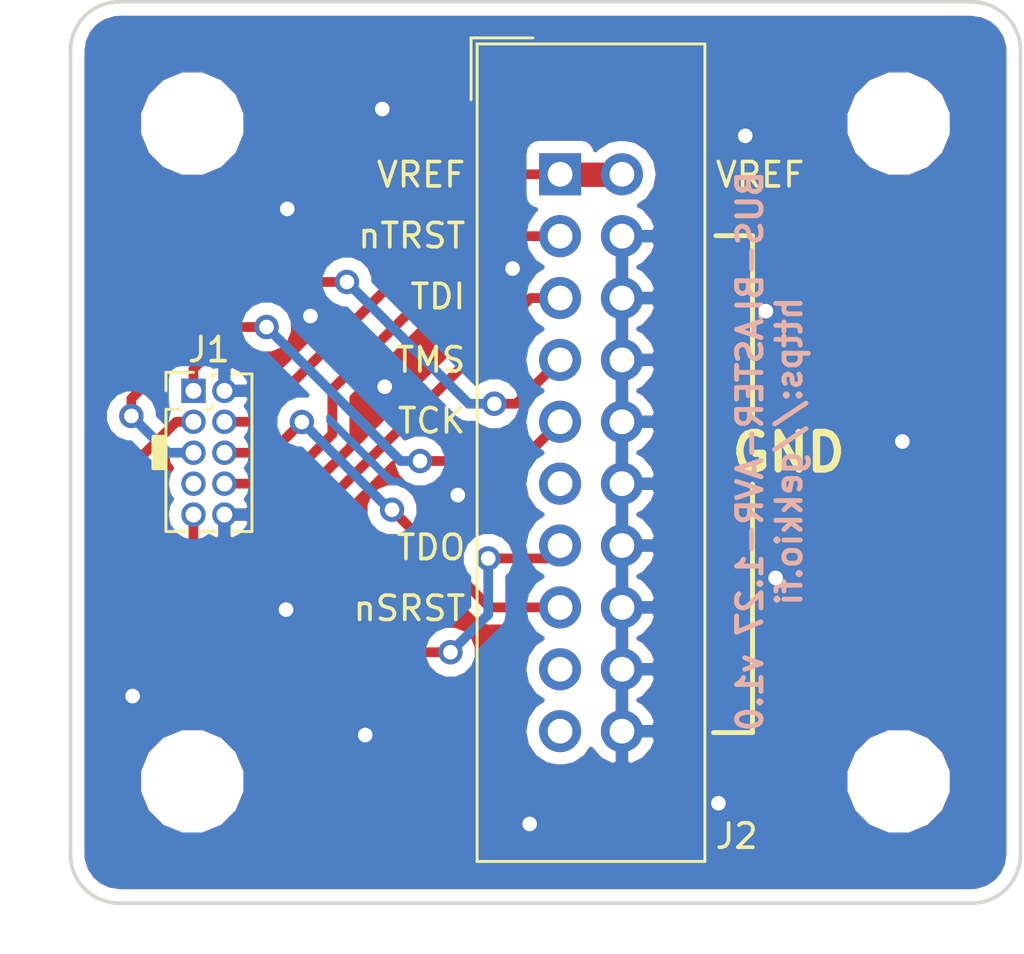
<source format=kicad_pcb>
(kicad_pcb (version 20171130) (host pcbnew 5.0.1-33cea8e~68~ubuntu18.10.1)

  (general
    (thickness 1.6)
    (drawings 23)
    (tracks 78)
    (zones 0)
    (modules 6)
    (nets 13)
  )

  (page A4)
  (title_block
    (title BUS-BLASTER-AVR-1.27)
    (rev v1.0)
    (company https://gekkio.fi)
  )

  (layers
    (0 F.Cu signal)
    (31 B.Cu signal)
    (32 B.Adhes user)
    (33 F.Adhes user)
    (34 B.Paste user)
    (35 F.Paste user)
    (36 B.SilkS user)
    (37 F.SilkS user)
    (38 B.Mask user)
    (39 F.Mask user)
    (40 Dwgs.User user)
    (41 Cmts.User user)
    (42 Eco1.User user)
    (43 Eco2.User user)
    (44 Edge.Cuts user)
    (45 Margin user)
    (46 B.CrtYd user)
    (47 F.CrtYd user)
    (48 B.Fab user)
    (49 F.Fab user)
  )

  (setup
    (last_trace_width 0.4)
    (user_trace_width 1)
    (trace_clearance 0.2)
    (zone_clearance 0.5)
    (zone_45_only no)
    (trace_min 0.2)
    (segment_width 0.2)
    (edge_width 0.15)
    (via_size 1)
    (via_drill 0.6)
    (via_min_size 0.4)
    (via_min_drill 0.3)
    (uvia_size 0.3)
    (uvia_drill 0.1)
    (uvias_allowed no)
    (uvia_min_size 0.2)
    (uvia_min_drill 0.1)
    (pcb_text_width 0.3)
    (pcb_text_size 1.5 1.5)
    (mod_edge_width 0.15)
    (mod_text_size 1 1)
    (mod_text_width 0.15)
    (pad_size 1.524 1.524)
    (pad_drill 0.762)
    (pad_to_mask_clearance 0)
    (solder_mask_min_width 0.2)
    (aux_axis_origin 0 0)
    (visible_elements FFFFFF7F)
    (pcbplotparams
      (layerselection 0x010fc_ffffffff)
      (usegerberextensions false)
      (usegerberattributes false)
      (usegerberadvancedattributes false)
      (creategerberjobfile true)
      (excludeedgelayer false)
      (linewidth 0.100000)
      (plotframeref false)
      (viasonmask false)
      (mode 1)
      (useauxorigin false)
      (hpglpennumber 1)
      (hpglpenspeed 20)
      (hpglpendiameter 15.000000)
      (psnegative false)
      (psa4output false)
      (plotreference true)
      (plotvalue true)
      (plotinvisibletext false)
      (padsonsilk false)
      (subtractmaskfromsilk false)
      (outputformat 1)
      (mirror false)
      (drillshape 0)
      (scaleselection 1)
      (outputdirectory "gerber/"))
  )

  (net 0 "")
  (net 1 "Net-(J1-Pad7)")
  (net 2 "Net-(J2-Pad11)")
  (net 3 "Net-(J2-Pad17)")
  (net 4 "Net-(J2-Pad19)")
  (net 5 TCK)
  (net 6 GND)
  (net 7 TDO)
  (net 8 VREF)
  (net 9 TMS)
  (net 10 nSRST)
  (net 11 nTRST)
  (net 12 TDI)

  (net_class Default "This is the default net class."
    (clearance 0.2)
    (trace_width 0.4)
    (via_dia 1)
    (via_drill 0.6)
    (uvia_dia 0.3)
    (uvia_drill 0.1)
    (add_net GND)
    (add_net "Net-(J1-Pad7)")
    (add_net "Net-(J2-Pad11)")
    (add_net "Net-(J2-Pad17)")
    (add_net "Net-(J2-Pad19)")
    (add_net TCK)
    (add_net TDI)
    (add_net TDO)
    (add_net TMS)
    (add_net VREF)
    (add_net nSRST)
    (add_net nTRST)
  )

  (module Connector_PinHeader_1.27mm:PinHeader_2x05_P1.27mm_Vertical (layer F.Cu) (tedit 59FED6E3) (tstamp 5BF53FDE)
    (at 68.05 65.97)
    (descr "Through hole straight pin header, 2x05, 1.27mm pitch, double rows")
    (tags "Through hole pin header THT 2x05 1.27mm double row")
    (path /59B3984B)
    (fp_text reference J1 (at 0.635 -1.695) (layer F.SilkS)
      (effects (font (size 1 1) (thickness 0.15)))
    )
    (fp_text value Conn_02x05_Odd_Even (at 0.635 6.775) (layer F.Fab)
      (effects (font (size 1 1) (thickness 0.15)))
    )
    (fp_line (start -0.2175 -0.635) (end 2.34 -0.635) (layer F.Fab) (width 0.1))
    (fp_line (start 2.34 -0.635) (end 2.34 5.715) (layer F.Fab) (width 0.1))
    (fp_line (start 2.34 5.715) (end -1.07 5.715) (layer F.Fab) (width 0.1))
    (fp_line (start -1.07 5.715) (end -1.07 0.2175) (layer F.Fab) (width 0.1))
    (fp_line (start -1.07 0.2175) (end -0.2175 -0.635) (layer F.Fab) (width 0.1))
    (fp_line (start -1.13 5.775) (end -0.30753 5.775) (layer F.SilkS) (width 0.12))
    (fp_line (start 1.57753 5.775) (end 2.4 5.775) (layer F.SilkS) (width 0.12))
    (fp_line (start 0.30753 5.775) (end 0.96247 5.775) (layer F.SilkS) (width 0.12))
    (fp_line (start -1.13 0.76) (end -1.13 5.775) (layer F.SilkS) (width 0.12))
    (fp_line (start 2.4 -0.695) (end 2.4 5.775) (layer F.SilkS) (width 0.12))
    (fp_line (start -1.13 0.76) (end -0.563471 0.76) (layer F.SilkS) (width 0.12))
    (fp_line (start 0.563471 0.76) (end 0.706529 0.76) (layer F.SilkS) (width 0.12))
    (fp_line (start 0.76 0.706529) (end 0.76 0.563471) (layer F.SilkS) (width 0.12))
    (fp_line (start 0.76 -0.563471) (end 0.76 -0.695) (layer F.SilkS) (width 0.12))
    (fp_line (start 0.76 -0.695) (end 0.96247 -0.695) (layer F.SilkS) (width 0.12))
    (fp_line (start 1.57753 -0.695) (end 2.4 -0.695) (layer F.SilkS) (width 0.12))
    (fp_line (start -1.13 0) (end -1.13 -0.76) (layer F.SilkS) (width 0.12))
    (fp_line (start -1.13 -0.76) (end 0 -0.76) (layer F.SilkS) (width 0.12))
    (fp_line (start -1.6 -1.15) (end -1.6 6.25) (layer F.CrtYd) (width 0.05))
    (fp_line (start -1.6 6.25) (end 2.85 6.25) (layer F.CrtYd) (width 0.05))
    (fp_line (start 2.85 6.25) (end 2.85 -1.15) (layer F.CrtYd) (width 0.05))
    (fp_line (start 2.85 -1.15) (end -1.6 -1.15) (layer F.CrtYd) (width 0.05))
    (fp_text user %R (at 0.635 2.54 90) (layer F.Fab)
      (effects (font (size 1 1) (thickness 0.15)))
    )
    (pad 1 thru_hole rect (at 0 0) (size 1 1) (drill 0.65) (layers *.Cu *.Mask)
      (net 5 TCK))
    (pad 2 thru_hole oval (at 1.27 0) (size 1 1) (drill 0.65) (layers *.Cu *.Mask)
      (net 6 GND))
    (pad 3 thru_hole oval (at 0 1.27) (size 1 1) (drill 0.65) (layers *.Cu *.Mask)
      (net 7 TDO))
    (pad 4 thru_hole oval (at 1.27 1.27) (size 1 1) (drill 0.65) (layers *.Cu *.Mask)
      (net 8 VREF))
    (pad 5 thru_hole oval (at 0 2.54) (size 1 1) (drill 0.65) (layers *.Cu *.Mask)
      (net 9 TMS))
    (pad 6 thru_hole oval (at 1.27 2.54) (size 1 1) (drill 0.65) (layers *.Cu *.Mask)
      (net 10 nSRST))
    (pad 7 thru_hole oval (at 0 3.81) (size 1 1) (drill 0.65) (layers *.Cu *.Mask)
      (net 1 "Net-(J1-Pad7)"))
    (pad 8 thru_hole oval (at 1.27 3.81) (size 1 1) (drill 0.65) (layers *.Cu *.Mask)
      (net 11 nTRST))
    (pad 9 thru_hole oval (at 0 5.08) (size 1 1) (drill 0.65) (layers *.Cu *.Mask)
      (net 12 TDI))
    (pad 10 thru_hole oval (at 1.27 5.08) (size 1 1) (drill 0.65) (layers *.Cu *.Mask)
      (net 6 GND))
    (model ${KISYS3DMOD}/Connector_PinHeader_1.27mm.3dshapes/PinHeader_2x05_P1.27mm_Vertical.wrl
      (at (xyz 0 0 0))
      (scale (xyz 1 1 1))
      (rotate (xyz 0 0 0))
    )
  )

  (module MountingHole:MountingHole_3.2mm_M3 (layer F.Cu) (tedit 5BCF5F7B) (tstamp 5BD0E123)
    (at 97 82)
    (descr "Mounting Hole 3.2mm, no annular, M3")
    (tags "mounting hole 3.2mm no annular m3")
    (path /5BCF96FD)
    (attr virtual)
    (fp_text reference H4 (at 0 -4.2) (layer F.SilkS) hide
      (effects (font (size 1 1) (thickness 0.15)))
    )
    (fp_text value MountingHole (at 0 4.2) (layer F.Fab)
      (effects (font (size 1 1) (thickness 0.15)))
    )
    (fp_circle (center 0 0) (end 3.45 0) (layer F.CrtYd) (width 0.05))
    (fp_circle (center 0 0) (end 3.2 0) (layer Cmts.User) (width 0.15))
    (fp_text user %R (at 0.3 0) (layer F.Fab)
      (effects (font (size 1 1) (thickness 0.15)))
    )
    (pad 1 np_thru_hole circle (at 0 0) (size 3.2 3.2) (drill 3.2) (layers *.Cu *.Mask))
  )

  (module MountingHole:MountingHole_3.2mm_M3 (layer F.Cu) (tedit 5BCF5F74) (tstamp 5BD0E11B)
    (at 97 55)
    (descr "Mounting Hole 3.2mm, no annular, M3")
    (tags "mounting hole 3.2mm no annular m3")
    (path /5BCF965D)
    (attr virtual)
    (fp_text reference H3 (at 0 -4.2) (layer F.SilkS) hide
      (effects (font (size 1 1) (thickness 0.15)))
    )
    (fp_text value MountingHole (at 0 4.2) (layer F.Fab)
      (effects (font (size 1 1) (thickness 0.15)))
    )
    (fp_text user %R (at 0.3 0) (layer F.Fab)
      (effects (font (size 1 1) (thickness 0.15)))
    )
    (fp_circle (center 0 0) (end 3.2 0) (layer Cmts.User) (width 0.15))
    (fp_circle (center 0 0) (end 3.45 0) (layer F.CrtYd) (width 0.05))
    (pad 1 np_thru_hole circle (at 0 0) (size 3.2 3.2) (drill 3.2) (layers *.Cu *.Mask))
  )

  (module MountingHole:MountingHole_3.2mm_M3 (layer F.Cu) (tedit 5BCF5F78) (tstamp 5BD0E113)
    (at 68 82)
    (descr "Mounting Hole 3.2mm, no annular, M3")
    (tags "mounting hole 3.2mm no annular m3")
    (path /5BCF96B1)
    (attr virtual)
    (fp_text reference H2 (at 0 -4.2) (layer F.SilkS) hide
      (effects (font (size 1 1) (thickness 0.15)))
    )
    (fp_text value MountingHole (at 0 4.2) (layer F.Fab)
      (effects (font (size 1 1) (thickness 0.15)))
    )
    (fp_circle (center 0 0) (end 3.45 0) (layer F.CrtYd) (width 0.05))
    (fp_circle (center 0 0) (end 3.2 0) (layer Cmts.User) (width 0.15))
    (fp_text user %R (at 0.3 0) (layer F.Fab)
      (effects (font (size 1 1) (thickness 0.15)))
    )
    (pad 1 np_thru_hole circle (at 0 0) (size 3.2 3.2) (drill 3.2) (layers *.Cu *.Mask))
  )

  (module MountingHole:MountingHole_3.2mm_M3 (layer F.Cu) (tedit 5BCF5F72) (tstamp 5BD0E10B)
    (at 68 55)
    (descr "Mounting Hole 3.2mm, no annular, M3")
    (tags "mounting hole 3.2mm no annular m3")
    (path /5BCF951C)
    (attr virtual)
    (fp_text reference H1 (at 0 -4.2) (layer F.SilkS) hide
      (effects (font (size 1 1) (thickness 0.15)))
    )
    (fp_text value MountingHole (at 0 4.2) (layer F.Fab)
      (effects (font (size 1 1) (thickness 0.15)))
    )
    (fp_text user %R (at 0.3 0) (layer F.Fab)
      (effects (font (size 1 1) (thickness 0.15)))
    )
    (fp_circle (center 0 0) (end 3.2 0) (layer Cmts.User) (width 0.15))
    (fp_circle (center 0 0) (end 3.45 0) (layer F.CrtYd) (width 0.05))
    (pad 1 np_thru_hole circle (at 0 0) (size 3.2 3.2) (drill 3.2) (layers *.Cu *.Mask))
  )

  (module Connector_IDC:IDC-Header_2x10_P2.54mm_Vertical (layer F.Cu) (tedit 59DE0251) (tstamp 5BCF6C4B)
    (at 83.1 57.08)
    (descr "Through hole straight IDC box header, 2x10, 2.54mm pitch, double rows")
    (tags "Through hole IDC box header THT 2x10 2.54mm double row")
    (path /59B398A1)
    (fp_text reference J2 (at 7.25 27.17) (layer F.SilkS)
      (effects (font (size 1 1) (thickness 0.15)))
    )
    (fp_text value Conn_02x10_Odd_Even (at 1.2 31.17) (layer F.Fab)
      (effects (font (size 1 1) (thickness 0.15)))
    )
    (fp_text user %R (at 1.27 11.43) (layer F.Fab)
      (effects (font (size 1 1) (thickness 0.15)))
    )
    (fp_line (start 5.695 -5.1) (end 5.695 27.96) (layer F.Fab) (width 0.1))
    (fp_line (start 5.145 -4.56) (end 5.145 27.4) (layer F.Fab) (width 0.1))
    (fp_line (start -3.155 -5.1) (end -3.155 27.96) (layer F.Fab) (width 0.1))
    (fp_line (start -2.605 -4.56) (end -2.605 9.18) (layer F.Fab) (width 0.1))
    (fp_line (start -2.605 13.68) (end -2.605 27.4) (layer F.Fab) (width 0.1))
    (fp_line (start -2.605 9.18) (end -3.155 9.18) (layer F.Fab) (width 0.1))
    (fp_line (start -2.605 13.68) (end -3.155 13.68) (layer F.Fab) (width 0.1))
    (fp_line (start 5.695 -5.1) (end -3.155 -5.1) (layer F.Fab) (width 0.1))
    (fp_line (start 5.145 -4.56) (end -2.605 -4.56) (layer F.Fab) (width 0.1))
    (fp_line (start 5.695 27.96) (end -3.155 27.96) (layer F.Fab) (width 0.1))
    (fp_line (start 5.145 27.4) (end -2.605 27.4) (layer F.Fab) (width 0.1))
    (fp_line (start 5.695 -5.1) (end 5.145 -4.56) (layer F.Fab) (width 0.1))
    (fp_line (start 5.695 27.96) (end 5.145 27.4) (layer F.Fab) (width 0.1))
    (fp_line (start -3.155 -5.1) (end -2.605 -4.56) (layer F.Fab) (width 0.1))
    (fp_line (start -3.155 27.96) (end -2.605 27.4) (layer F.Fab) (width 0.1))
    (fp_line (start 5.95 -5.35) (end 5.95 28.21) (layer F.CrtYd) (width 0.05))
    (fp_line (start 5.95 28.21) (end -3.41 28.21) (layer F.CrtYd) (width 0.05))
    (fp_line (start -3.41 28.21) (end -3.41 -5.35) (layer F.CrtYd) (width 0.05))
    (fp_line (start -3.41 -5.35) (end 5.95 -5.35) (layer F.CrtYd) (width 0.05))
    (fp_line (start 5.945 -5.35) (end 5.945 28.21) (layer F.SilkS) (width 0.12))
    (fp_line (start 5.945 28.21) (end -3.405 28.21) (layer F.SilkS) (width 0.12))
    (fp_line (start -3.405 28.21) (end -3.405 -5.35) (layer F.SilkS) (width 0.12))
    (fp_line (start -3.405 -5.35) (end 5.945 -5.35) (layer F.SilkS) (width 0.12))
    (fp_line (start -3.655 -5.6) (end -3.655 -3.06) (layer F.SilkS) (width 0.12))
    (fp_line (start -3.655 -5.6) (end -1.115 -5.6) (layer F.SilkS) (width 0.12))
    (pad 1 thru_hole rect (at 0 0) (size 1.7272 1.7272) (drill 1.016) (layers *.Cu *.Mask)
      (net 8 VREF))
    (pad 2 thru_hole oval (at 2.54 0) (size 1.7272 1.7272) (drill 1.016) (layers *.Cu *.Mask)
      (net 8 VREF))
    (pad 3 thru_hole oval (at 0 2.54) (size 1.7272 1.7272) (drill 1.016) (layers *.Cu *.Mask)
      (net 11 nTRST))
    (pad 4 thru_hole oval (at 2.54 2.54) (size 1.7272 1.7272) (drill 1.016) (layers *.Cu *.Mask)
      (net 6 GND))
    (pad 5 thru_hole oval (at 0 5.08) (size 1.7272 1.7272) (drill 1.016) (layers *.Cu *.Mask)
      (net 12 TDI))
    (pad 6 thru_hole oval (at 2.54 5.08) (size 1.7272 1.7272) (drill 1.016) (layers *.Cu *.Mask)
      (net 6 GND))
    (pad 7 thru_hole oval (at 0 7.62) (size 1.7272 1.7272) (drill 1.016) (layers *.Cu *.Mask)
      (net 9 TMS))
    (pad 8 thru_hole oval (at 2.54 7.62) (size 1.7272 1.7272) (drill 1.016) (layers *.Cu *.Mask)
      (net 6 GND))
    (pad 9 thru_hole oval (at 0 10.16) (size 1.7272 1.7272) (drill 1.016) (layers *.Cu *.Mask)
      (net 5 TCK))
    (pad 10 thru_hole oval (at 2.54 10.16) (size 1.7272 1.7272) (drill 1.016) (layers *.Cu *.Mask)
      (net 6 GND))
    (pad 11 thru_hole oval (at 0 12.7) (size 1.7272 1.7272) (drill 1.016) (layers *.Cu *.Mask)
      (net 2 "Net-(J2-Pad11)"))
    (pad 12 thru_hole oval (at 2.54 12.7) (size 1.7272 1.7272) (drill 1.016) (layers *.Cu *.Mask)
      (net 6 GND))
    (pad 13 thru_hole oval (at 0 15.24) (size 1.7272 1.7272) (drill 1.016) (layers *.Cu *.Mask)
      (net 7 TDO))
    (pad 14 thru_hole oval (at 2.54 15.24) (size 1.7272 1.7272) (drill 1.016) (layers *.Cu *.Mask)
      (net 6 GND))
    (pad 15 thru_hole oval (at 0 17.78) (size 1.7272 1.7272) (drill 1.016) (layers *.Cu *.Mask)
      (net 10 nSRST))
    (pad 16 thru_hole oval (at 2.54 17.78) (size 1.7272 1.7272) (drill 1.016) (layers *.Cu *.Mask)
      (net 6 GND))
    (pad 17 thru_hole oval (at 0 20.32) (size 1.7272 1.7272) (drill 1.016) (layers *.Cu *.Mask)
      (net 3 "Net-(J2-Pad17)"))
    (pad 18 thru_hole oval (at 2.54 20.32) (size 1.7272 1.7272) (drill 1.016) (layers *.Cu *.Mask)
      (net 6 GND))
    (pad 19 thru_hole oval (at 0 22.86) (size 1.7272 1.7272) (drill 1.016) (layers *.Cu *.Mask)
      (net 4 "Net-(J2-Pad19)"))
    (pad 20 thru_hole oval (at 2.54 22.86) (size 1.7272 1.7272) (drill 1.016) (layers *.Cu *.Mask)
      (net 6 GND))
    (model ${KISYS3DMOD}/Connector_IDC.3dshapes/IDC-Header_2x10_P2.54mm_Vertical.wrl
      (at (xyz 0 0 0))
      (scale (xyz 1 1 1))
      (rotate (xyz 0 0 0))
    )
  )

  (gr_arc (start 65 85) (end 63 85) (angle -90) (layer Edge.Cuts) (width 0.15))
  (gr_arc (start 100 85) (end 100 87) (angle -90) (layer Edge.Cuts) (width 0.15))
  (gr_arc (start 100 52) (end 102 52) (angle -90) (layer Edge.Cuts) (width 0.15))
  (gr_arc (start 65 52) (end 65 50) (angle -90) (layer Edge.Cuts) (width 0.15))
  (gr_poly (pts (xy 66.85 67.85) (xy 66.85 69.15) (xy 66.4 69.15) (xy 66.4 67.85)) (layer F.SilkS) (width 0.15))
  (gr_text "BUS-BLASTER-AVR-1.27 v1.0\nhttps://gekkio.fi" (at 91.7 68.45 90) (layer B.SilkS)
    (effects (font (size 1 1) (thickness 0.2)) (justify mirror))
  )
  (gr_text nSRST (at 79.3 74.9) (layer F.SilkS) (tstamp 59B3A293)
    (effects (font (size 1 1) (thickness 0.15)) (justify right))
  )
  (gr_text TDO (at 79.3 72.4) (layer F.SilkS) (tstamp 59B3A290)
    (effects (font (size 1 1) (thickness 0.15)) (justify right))
  )
  (gr_text TCK (at 79.3 67.2) (layer F.SilkS) (tstamp 59B3A28D)
    (effects (font (size 1 1) (thickness 0.15)) (justify right))
  )
  (gr_text TMS (at 79.3 64.7) (layer F.SilkS) (tstamp 59B3A28A)
    (effects (font (size 1 1) (thickness 0.15)) (justify right))
  )
  (gr_text TDI (at 79.3 62.1) (layer F.SilkS) (tstamp 59B3A287)
    (effects (font (size 1 1) (thickness 0.15)) (justify right))
  )
  (gr_text nTRST (at 79.3 59.6) (layer F.SilkS) (tstamp 59B3A284)
    (effects (font (size 1 1) (thickness 0.15)) (justify right))
  )
  (gr_text VREF (at 79.3 57.1) (layer F.SilkS) (tstamp 59B3A27A)
    (effects (font (size 1 1) (thickness 0.15)) (justify right))
  )
  (gr_line (start 91 80) (end 91 69.8) (layer F.SilkS) (width 0.2))
  (gr_line (start 89.4 80) (end 91 80) (layer F.SilkS) (width 0.2))
  (gr_line (start 91 59.6) (end 91 67.05) (layer F.SilkS) (width 0.2))
  (gr_line (start 89.5 59.6) (end 91 59.6) (layer F.SilkS) (width 0.2))
  (gr_text GND (at 90 68.5) (layer F.SilkS) (tstamp 59B3A05B)
    (effects (font (size 1.5 1.5) (thickness 0.3)) (justify left))
  )
  (gr_text VREF (at 89.4 57.1) (layer F.SilkS)
    (effects (font (size 1 1) (thickness 0.15)) (justify left))
  )
  (gr_line (start 65 50) (end 100 50) (layer Edge.Cuts) (width 0.15))
  (gr_line (start 102 85) (end 102 52) (layer Edge.Cuts) (width 0.15))
  (gr_line (start 65 87) (end 100 87) (layer Edge.Cuts) (width 0.15))
  (gr_line (start 63 52) (end 63 85) (layer Edge.Cuts) (width 0.15))

  (segment (start 83.1 67.24) (end 81.49 68.85) (width 0.4) (layer F.Cu) (net 5))
  (segment (start 81.49 68.85) (end 78.057106 68.85) (width 0.4) (layer F.Cu) (net 5))
  (via (at 77.35 68.85) (size 1) (drill 0.6) (layers F.Cu B.Cu) (net 5))
  (segment (start 78.057106 68.85) (end 77.35 68.85) (width 0.4) (layer F.Cu) (net 5))
  (segment (start 68.05 65.07) (end 69.77 63.35) (width 0.4) (layer F.Cu) (net 5))
  (segment (start 76.55 68.85) (end 71.549999 63.849999) (width 0.4) (layer B.Cu) (net 5))
  (segment (start 68.05 65.97) (end 68.05 65.07) (width 0.4) (layer F.Cu) (net 5))
  (via (at 71.05 63.35) (size 1) (drill 0.6) (layers F.Cu B.Cu) (net 5))
  (segment (start 71.549999 63.849999) (end 71.05 63.35) (width 0.4) (layer B.Cu) (net 5))
  (segment (start 77.35 68.85) (end 76.55 68.85) (width 0.4) (layer B.Cu) (net 5))
  (segment (start 70.342894 63.35) (end 71.05 63.35) (width 0.4) (layer F.Cu) (net 5))
  (segment (start 69.77 63.35) (end 70.342894 63.35) (width 0.4) (layer F.Cu) (net 5))
  (via (at 71.85 74.95) (size 1) (drill 0.6) (layers F.Cu B.Cu) (net 6))
  (via (at 78.9 70.25) (size 1) (drill 0.6) (layers F.Cu B.Cu) (net 6))
  (via (at 71.9 58.5) (size 1) (drill 0.6) (layers F.Cu B.Cu) (net 6))
  (via (at 75.8 54.4) (size 1) (drill 0.6) (layers F.Cu B.Cu) (net 6))
  (via (at 90.7 55.5) (size 1) (drill 0.6) (layers F.Cu B.Cu) (net 6))
  (via (at 91.55 62.7) (size 1) (drill 0.6) (layers F.Cu B.Cu) (net 6))
  (via (at 97.15 68.05) (size 1) (drill 0.6) (layers F.Cu B.Cu) (net 6))
  (via (at 91.95 73.65) (size 1) (drill 0.6) (layers F.Cu B.Cu) (net 6))
  (via (at 89.6 82.9) (size 1) (drill 0.6) (layers F.Cu B.Cu) (net 6))
  (via (at 81.85 83.75) (size 1) (drill 0.6) (layers F.Cu B.Cu) (net 6))
  (via (at 75.1 80.1) (size 1) (drill 0.6) (layers F.Cu B.Cu) (net 6))
  (via (at 65.55 78.5) (size 1) (drill 0.6) (layers F.Cu B.Cu) (net 6))
  (via (at 75.9 65.8) (size 1) (drill 0.6) (layers F.Cu B.Cu) (net 6))
  (via (at 81.15 60.95) (size 1) (drill 0.6) (layers F.Cu B.Cu) (net 6))
  (via (at 72.85 62.9) (size 1) (drill 0.6) (layers F.Cu B.Cu) (net 6))
  (via (at 80.15 72.85) (size 1) (drill 0.6) (layers F.Cu B.Cu) (net 7))
  (segment (start 82.57 72.85) (end 83.1 72.32) (width 0.4) (layer F.Cu) (net 7))
  (segment (start 80.15 72.85) (end 82.57 72.85) (width 0.4) (layer F.Cu) (net 7))
  (segment (start 80.15 72.85) (end 80.15 75.15) (width 0.4) (layer B.Cu) (net 7))
  (segment (start 68.05 67.24) (end 67.342894 67.24) (width 0.4) (layer F.Cu) (net 7))
  (segment (start 66 68.582894) (end 66 73.5) (width 0.4) (layer F.Cu) (net 7))
  (segment (start 66 73.5) (end 69.2 76.7) (width 0.4) (layer F.Cu) (net 7))
  (segment (start 69.2 76.7) (end 77.892894 76.7) (width 0.4) (layer F.Cu) (net 7))
  (segment (start 77.892894 76.7) (end 78.6 76.7) (width 0.4) (layer F.Cu) (net 7))
  (segment (start 67.342894 67.24) (end 66 68.582894) (width 0.4) (layer F.Cu) (net 7))
  (via (at 78.6 76.7) (size 1) (drill 0.6) (layers F.Cu B.Cu) (net 7))
  (segment (start 80.15 75.15) (end 79.099999 76.200001) (width 0.4) (layer B.Cu) (net 7))
  (segment (start 79.099999 76.200001) (end 78.6 76.7) (width 0.4) (layer B.Cu) (net 7))
  (segment (start 83.1 57.1) (end 85.64 57.1) (width 1) (layer F.Cu) (net 8))
  (segment (start 70.51 67.24) (end 69.32 67.24) (width 0.4) (layer F.Cu) (net 8))
  (segment (start 83.1 57.08) (end 80.67 57.08) (width 0.4) (layer F.Cu) (net 8))
  (segment (start 80.67 57.08) (end 70.51 67.24) (width 0.4) (layer F.Cu) (net 8))
  (via (at 65.5 67) (size 1) (drill 0.6) (layers F.Cu B.Cu) (net 9))
  (segment (start 68.05 68.51) (end 67.01 68.51) (width 0.4) (layer B.Cu) (net 9))
  (segment (start 67.01 68.51) (end 65.5 67) (width 0.4) (layer B.Cu) (net 9))
  (via (at 74.35 61.5) (size 1) (drill 0.6) (layers F.Cu B.Cu) (net 9))
  (segment (start 70.292894 61.5) (end 74.35 61.5) (width 0.4) (layer F.Cu) (net 9))
  (segment (start 65.5 67) (end 65.5 66.292894) (width 0.4) (layer F.Cu) (net 9))
  (segment (start 65.5 66.292894) (end 70.292894 61.5) (width 0.4) (layer F.Cu) (net 9))
  (segment (start 81.300001 66.499999) (end 81.107106 66.499999) (width 0.4) (layer F.Cu) (net 9))
  (segment (start 81.107106 66.499999) (end 80.4 66.499999) (width 0.4) (layer F.Cu) (net 9))
  (via (at 80.4 66.499999) (size 1) (drill 0.6) (layers F.Cu B.Cu) (net 9))
  (segment (start 79.692894 66.499999) (end 80.4 66.499999) (width 0.4) (layer B.Cu) (net 9))
  (segment (start 83.1 64.7) (end 81.300001 66.499999) (width 0.4) (layer F.Cu) (net 9))
  (segment (start 79.349999 66.499999) (end 79.692894 66.499999) (width 0.4) (layer B.Cu) (net 9))
  (segment (start 74.35 61.5) (end 79.349999 66.499999) (width 0.4) (layer B.Cu) (net 9))
  (via (at 72.5 67.25) (size 1) (drill 0.6) (layers F.Cu B.Cu) (net 10))
  (segment (start 69.32 68.51) (end 71.24 68.51) (width 0.4) (layer F.Cu) (net 10))
  (segment (start 71.24 68.51) (end 72.5 67.25) (width 0.4) (layer F.Cu) (net 10))
  (via (at 76.200001 70.850001) (size 1) (drill 0.6) (layers F.Cu B.Cu) (net 10))
  (segment (start 72.5 67.25) (end 76.100001 70.850001) (width 0.4) (layer B.Cu) (net 10))
  (segment (start 76.100001 70.850001) (end 76.200001 70.850001) (width 0.4) (layer B.Cu) (net 10))
  (segment (start 83.1 74.86) (end 80.21 74.86) (width 0.4) (layer F.Cu) (net 10))
  (segment (start 76.7 71.35) (end 76.200001 70.850001) (width 0.4) (layer F.Cu) (net 10))
  (segment (start 80.21 74.86) (end 76.7 71.35) (width 0.4) (layer F.Cu) (net 10))
  (segment (start 80.03 59.62) (end 83.1 59.62) (width 0.4) (layer F.Cu) (net 11))
  (segment (start 73.75 65.9) (end 80.03 59.62) (width 0.4) (layer F.Cu) (net 11))
  (segment (start 73.75 67.748686) (end 73.75 65.9) (width 0.4) (layer F.Cu) (net 11))
  (segment (start 69.32 69.78) (end 71.718686 69.78) (width 0.4) (layer F.Cu) (net 11))
  (segment (start 71.718686 69.78) (end 73.75 67.748686) (width 0.4) (layer F.Cu) (net 11))
  (segment (start 83.1 62.18) (end 83.1 62.40587) (width 1) (layer B.Cu) (net 12))
  (segment (start 68.05 72.7) (end 68.05 71.05) (width 0.4) (layer F.Cu) (net 12))
  (segment (start 69.2 73.85) (end 68.05 72.7) (width 0.4) (layer F.Cu) (net 12))
  (segment (start 70.2 73.85) (end 69.2 73.85) (width 0.4) (layer F.Cu) (net 12))
  (segment (start 83.1 62.16) (end 81.89 62.16) (width 0.4) (layer F.Cu) (net 12))
  (segment (start 81.89 62.16) (end 70.2 73.85) (width 0.4) (layer F.Cu) (net 12))

  (zone (net 6) (net_name GND) (layer B.Cu) (tstamp 5BD4B741) (hatch edge 0.508)
    (connect_pads (clearance 0.5))
    (min_thickness 0.2)
    (fill yes (arc_segments 16) (thermal_gap 0.508) (thermal_bridge_width 0.508))
    (polygon
      (pts
        (xy 63 50) (xy 102 50) (xy 102 87) (xy 63 87)
      )
    )
    (filled_polygon
      (pts
        (xy 100.36995 50.734868) (xy 100.710162 50.889553) (xy 100.993282 51.133505) (xy 101.196554 51.447115) (xy 101.310322 51.82753)
        (xy 101.325001 52.02506) (xy 101.325 84.95191) (xy 101.265132 85.369952) (xy 101.110448 85.71016) (xy 100.866494 85.993283)
        (xy 100.552886 86.196553) (xy 100.17247 86.310322) (xy 99.974953 86.325) (xy 65.04809 86.325) (xy 64.630048 86.265132)
        (xy 64.28984 86.110448) (xy 64.006717 85.866494) (xy 63.803447 85.552886) (xy 63.689678 85.17247) (xy 63.675 84.974953)
        (xy 63.675 81.562393) (xy 65.8 81.562393) (xy 65.8 82.437607) (xy 66.13493 83.2462) (xy 66.7538 83.86507)
        (xy 67.562393 84.2) (xy 68.437607 84.2) (xy 69.2462 83.86507) (xy 69.86507 83.2462) (xy 70.2 82.437607)
        (xy 70.2 81.562393) (xy 94.8 81.562393) (xy 94.8 82.437607) (xy 95.13493 83.2462) (xy 95.7538 83.86507)
        (xy 96.562393 84.2) (xy 97.437607 84.2) (xy 98.2462 83.86507) (xy 98.86507 83.2462) (xy 99.2 82.437607)
        (xy 99.2 81.562393) (xy 98.86507 80.7538) (xy 98.2462 80.13493) (xy 97.437607 79.8) (xy 96.562393 79.8)
        (xy 95.7538 80.13493) (xy 95.13493 80.7538) (xy 94.8 81.562393) (xy 70.2 81.562393) (xy 69.86507 80.7538)
        (xy 69.2462 80.13493) (xy 68.437607 79.8) (xy 67.562393 79.8) (xy 66.7538 80.13493) (xy 66.13493 80.7538)
        (xy 65.8 81.562393) (xy 63.675 81.562393) (xy 63.675 76.481196) (xy 77.5 76.481196) (xy 77.5 76.918804)
        (xy 77.667465 77.3231) (xy 77.9769 77.632535) (xy 78.381196 77.8) (xy 78.818804 77.8) (xy 79.2231 77.632535)
        (xy 79.532535 77.3231) (xy 79.7 76.918804) (xy 79.7 76.73137) (xy 80.659972 75.771398) (xy 80.726767 75.726767)
        (xy 80.825767 75.578604) (xy 80.903583 75.462145) (xy 80.947561 75.241049) (xy 80.95 75.228789) (xy 80.95 75.228785)
        (xy 80.965671 75.15) (xy 80.95 75.071215) (xy 80.95 73.605635) (xy 81.082535 73.4731) (xy 81.25 73.068804)
        (xy 81.25 72.631196) (xy 81.082535 72.2269) (xy 80.7731 71.917465) (xy 80.368804 71.75) (xy 79.931196 71.75)
        (xy 79.5269 71.917465) (xy 79.217465 72.2269) (xy 79.05 72.631196) (xy 79.05 73.068804) (xy 79.217465 73.4731)
        (xy 79.35 73.605635) (xy 79.350001 74.818629) (xy 78.56863 75.6) (xy 78.381196 75.6) (xy 77.9769 75.767465)
        (xy 77.667465 76.0769) (xy 77.5 76.481196) (xy 63.675 76.481196) (xy 63.675 66.781196) (xy 64.4 66.781196)
        (xy 64.4 67.218804) (xy 64.567465 67.6231) (xy 64.8769 67.932535) (xy 65.281196 68.1) (xy 65.46863 68.1)
        (xy 66.388603 69.019974) (xy 66.433233 69.086767) (xy 66.697856 69.263583) (xy 66.931211 69.31) (xy 66.931215 69.31)
        (xy 67.009999 69.325671) (xy 67.033774 69.320942) (xy 67.013823 69.350801) (xy 66.92845 69.78) (xy 67.013823 70.209199)
        (xy 67.151335 70.415) (xy 67.013823 70.620801) (xy 66.92845 71.05) (xy 67.013823 71.479199) (xy 67.256944 71.843056)
        (xy 67.620801 72.086177) (xy 67.941661 72.15) (xy 68.158339 72.15) (xy 68.479199 72.086177) (xy 68.690118 71.945246)
        (xy 68.996247 72.109661) (xy 69.166 71.995261) (xy 69.166 71.204) (xy 69.474 71.204) (xy 69.474 71.995261)
        (xy 69.643753 72.109661) (xy 70.024623 71.905104) (xy 70.298221 71.570366) (xy 70.379646 71.373751) (xy 70.263515 71.204)
        (xy 69.474 71.204) (xy 69.166 71.204) (xy 69.146 71.204) (xy 69.146 71.178446) (xy 69.17155 71.05)
        (xy 69.146 70.921554) (xy 69.146 70.896) (xy 69.166 70.896) (xy 69.166 70.876) (xy 69.191553 70.876)
        (xy 69.211661 70.88) (xy 69.428339 70.88) (xy 69.448447 70.876) (xy 69.474 70.876) (xy 69.474 70.896)
        (xy 70.263515 70.896) (xy 70.379646 70.726249) (xy 70.298221 70.529634) (xy 70.212305 70.424519) (xy 70.356177 70.209199)
        (xy 70.44155 69.78) (xy 70.356177 69.350801) (xy 70.218665 69.145) (xy 70.356177 68.939199) (xy 70.44155 68.51)
        (xy 70.356177 68.080801) (xy 70.218665 67.875) (xy 70.356177 67.669199) (xy 70.44155 67.24) (xy 70.356177 66.810801)
        (xy 70.212305 66.595481) (xy 70.298221 66.490366) (xy 70.379646 66.293751) (xy 70.263515 66.124) (xy 69.474 66.124)
        (xy 69.474 66.144) (xy 69.448447 66.144) (xy 69.428339 66.14) (xy 69.211661 66.14) (xy 69.191553 66.144)
        (xy 69.166 66.144) (xy 69.166 66.124) (xy 69.161754 66.124) (xy 69.161754 65.816) (xy 69.166 65.816)
        (xy 69.166 65.024739) (xy 69.474 65.024739) (xy 69.474 65.816) (xy 70.263515 65.816) (xy 70.379646 65.646249)
        (xy 70.298221 65.449634) (xy 70.024623 65.114896) (xy 69.643753 64.910339) (xy 69.474 65.024739) (xy 69.166 65.024739)
        (xy 68.996247 64.910339) (xy 68.883225 64.971041) (xy 68.784108 64.904813) (xy 68.55 64.858246) (xy 67.55 64.858246)
        (xy 67.315892 64.904813) (xy 67.117425 65.037425) (xy 66.984813 65.235892) (xy 66.938246 65.47) (xy 66.938246 66.47)
        (xy 66.984813 66.704108) (xy 67.034963 66.779163) (xy 67.013823 66.810801) (xy 66.92845 67.24) (xy 66.942623 67.311252)
        (xy 66.6 66.96863) (xy 66.6 66.781196) (xy 66.432535 66.3769) (xy 66.1231 66.067465) (xy 65.718804 65.9)
        (xy 65.281196 65.9) (xy 64.8769 66.067465) (xy 64.567465 66.3769) (xy 64.4 66.781196) (xy 63.675 66.781196)
        (xy 63.675 63.131196) (xy 69.95 63.131196) (xy 69.95 63.568804) (xy 70.117465 63.9731) (xy 70.4269 64.282535)
        (xy 70.831196 64.45) (xy 71.01863 64.45) (xy 72.71863 66.15) (xy 72.281196 66.15) (xy 71.8769 66.317465)
        (xy 71.567465 66.6269) (xy 71.4 67.031196) (xy 71.4 67.468804) (xy 71.567465 67.8731) (xy 71.8769 68.182535)
        (xy 72.281196 68.35) (xy 72.46863 68.35) (xy 75.100001 70.981372) (xy 75.100001 71.068805) (xy 75.267466 71.473101)
        (xy 75.576901 71.782536) (xy 75.981197 71.950001) (xy 76.418805 71.950001) (xy 76.823101 71.782536) (xy 77.132536 71.473101)
        (xy 77.300001 71.068805) (xy 77.300001 70.631197) (xy 77.132536 70.226901) (xy 76.823101 69.917466) (xy 76.418805 69.750001)
        (xy 76.131372 69.750001) (xy 73.6 67.21863) (xy 73.6 67.031371) (xy 75.928604 69.359975) (xy 75.973233 69.426767)
        (xy 76.237856 69.603583) (xy 76.471211 69.65) (xy 76.471215 69.65) (xy 76.549999 69.665671) (xy 76.600075 69.65571)
        (xy 76.7269 69.782535) (xy 77.131196 69.95) (xy 77.568804 69.95) (xy 77.9731 69.782535) (xy 78.282535 69.4731)
        (xy 78.45 69.068804) (xy 78.45 68.631196) (xy 78.282535 68.2269) (xy 77.9731 67.917465) (xy 77.568804 67.75)
        (xy 77.131196 67.75) (xy 76.742411 67.91104) (xy 72.15 63.31863) (xy 72.15 63.131196) (xy 71.982535 62.7269)
        (xy 71.6731 62.417465) (xy 71.268804 62.25) (xy 70.831196 62.25) (xy 70.4269 62.417465) (xy 70.117465 62.7269)
        (xy 69.95 63.131196) (xy 63.675 63.131196) (xy 63.675 61.281196) (xy 73.25 61.281196) (xy 73.25 61.718804)
        (xy 73.417465 62.1231) (xy 73.7269 62.432535) (xy 74.131196 62.6) (xy 74.31863 62.6) (xy 78.728603 67.009974)
        (xy 78.773232 67.076766) (xy 79.037855 67.253582) (xy 79.27121 67.299999) (xy 79.271214 67.299999) (xy 79.349998 67.31567)
        (xy 79.428782 67.299999) (xy 79.644365 67.299999) (xy 79.7769 67.432534) (xy 80.181196 67.599999) (xy 80.618804 67.599999)
        (xy 81.0231 67.432534) (xy 81.332535 67.123099) (xy 81.5 66.718803) (xy 81.5 66.281195) (xy 81.332535 65.876899)
        (xy 81.0231 65.567464) (xy 80.618804 65.399999) (xy 80.181196 65.399999) (xy 79.7769 65.567464) (xy 79.662867 65.681497)
        (xy 75.45 61.46863) (xy 75.45 61.281196) (xy 75.282535 60.8769) (xy 74.9731 60.567465) (xy 74.568804 60.4)
        (xy 74.131196 60.4) (xy 73.7269 60.567465) (xy 73.417465 60.8769) (xy 73.25 61.281196) (xy 63.675 61.281196)
        (xy 63.675 59.62) (xy 81.607727 59.62) (xy 81.72132 60.191068) (xy 82.044804 60.675196) (xy 82.366281 60.89)
        (xy 82.044804 61.104804) (xy 81.72132 61.588932) (xy 81.607727 62.16) (xy 81.72132 62.731068) (xy 82.044804 63.215196)
        (xy 82.366281 63.43) (xy 82.044804 63.644804) (xy 81.72132 64.128932) (xy 81.607727 64.7) (xy 81.72132 65.271068)
        (xy 82.044804 65.755196) (xy 82.366281 65.97) (xy 82.044804 66.184804) (xy 81.72132 66.668932) (xy 81.607727 67.24)
        (xy 81.72132 67.811068) (xy 82.044804 68.295196) (xy 82.366281 68.51) (xy 82.044804 68.724804) (xy 81.72132 69.208932)
        (xy 81.607727 69.78) (xy 81.72132 70.351068) (xy 82.044804 70.835196) (xy 82.366281 71.05) (xy 82.044804 71.264804)
        (xy 81.72132 71.748932) (xy 81.607727 72.32) (xy 81.72132 72.891068) (xy 82.044804 73.375196) (xy 82.366281 73.59)
        (xy 82.044804 73.804804) (xy 81.72132 74.288932) (xy 81.607727 74.86) (xy 81.72132 75.431068) (xy 82.044804 75.915196)
        (xy 82.366281 76.13) (xy 82.044804 76.344804) (xy 81.72132 76.828932) (xy 81.607727 77.4) (xy 81.72132 77.971068)
        (xy 82.044804 78.455196) (xy 82.366281 78.67) (xy 82.044804 78.884804) (xy 81.72132 79.368932) (xy 81.607727 79.94)
        (xy 81.72132 80.511068) (xy 82.044804 80.995196) (xy 82.528932 81.31868) (xy 82.955852 81.4036) (xy 83.244148 81.4036)
        (xy 83.671068 81.31868) (xy 84.155196 80.995196) (xy 84.367302 80.677756) (xy 84.744 81.107402) (xy 85.258949 81.361423)
        (xy 85.486 81.251532) (xy 85.486 80.094) (xy 85.794 80.094) (xy 85.794 81.251532) (xy 86.021051 81.361423)
        (xy 86.536 81.107402) (xy 86.914541 80.675654) (xy 87.061411 80.321049) (xy 86.950583 80.094) (xy 85.794 80.094)
        (xy 85.486 80.094) (xy 85.466 80.094) (xy 85.466 79.786) (xy 85.486 79.786) (xy 85.486 77.554)
        (xy 85.794 77.554) (xy 85.794 79.786) (xy 86.950583 79.786) (xy 87.061411 79.558951) (xy 86.914541 79.204346)
        (xy 86.536 78.772598) (xy 86.328014 78.67) (xy 86.536 78.567402) (xy 86.914541 78.135654) (xy 87.061411 77.781049)
        (xy 86.950583 77.554) (xy 85.794 77.554) (xy 85.486 77.554) (xy 85.466 77.554) (xy 85.466 77.246)
        (xy 85.486 77.246) (xy 85.486 75.014) (xy 85.794 75.014) (xy 85.794 77.246) (xy 86.950583 77.246)
        (xy 87.061411 77.018951) (xy 86.914541 76.664346) (xy 86.536 76.232598) (xy 86.328014 76.13) (xy 86.536 76.027402)
        (xy 86.914541 75.595654) (xy 87.061411 75.241049) (xy 86.950583 75.014) (xy 85.794 75.014) (xy 85.486 75.014)
        (xy 85.466 75.014) (xy 85.466 74.706) (xy 85.486 74.706) (xy 85.486 72.474) (xy 85.794 72.474)
        (xy 85.794 74.706) (xy 86.950583 74.706) (xy 87.061411 74.478951) (xy 86.914541 74.124346) (xy 86.536 73.692598)
        (xy 86.328014 73.59) (xy 86.536 73.487402) (xy 86.914541 73.055654) (xy 87.061411 72.701049) (xy 86.950583 72.474)
        (xy 85.794 72.474) (xy 85.486 72.474) (xy 85.466 72.474) (xy 85.466 72.166) (xy 85.486 72.166)
        (xy 85.486 69.934) (xy 85.794 69.934) (xy 85.794 72.166) (xy 86.950583 72.166) (xy 87.061411 71.938951)
        (xy 86.914541 71.584346) (xy 86.536 71.152598) (xy 86.328014 71.05) (xy 86.536 70.947402) (xy 86.914541 70.515654)
        (xy 87.061411 70.161049) (xy 86.950583 69.934) (xy 85.794 69.934) (xy 85.486 69.934) (xy 85.466 69.934)
        (xy 85.466 69.626) (xy 85.486 69.626) (xy 85.486 67.394) (xy 85.794 67.394) (xy 85.794 69.626)
        (xy 86.950583 69.626) (xy 87.061411 69.398951) (xy 86.914541 69.044346) (xy 86.536 68.612598) (xy 86.328014 68.51)
        (xy 86.536 68.407402) (xy 86.914541 67.975654) (xy 87.061411 67.621049) (xy 86.950583 67.394) (xy 85.794 67.394)
        (xy 85.486 67.394) (xy 85.466 67.394) (xy 85.466 67.086) (xy 85.486 67.086) (xy 85.486 64.854)
        (xy 85.794 64.854) (xy 85.794 67.086) (xy 86.950583 67.086) (xy 87.061411 66.858951) (xy 86.914541 66.504346)
        (xy 86.536 66.072598) (xy 86.328014 65.97) (xy 86.536 65.867402) (xy 86.914541 65.435654) (xy 87.061411 65.081049)
        (xy 86.950583 64.854) (xy 85.794 64.854) (xy 85.486 64.854) (xy 85.466 64.854) (xy 85.466 64.546)
        (xy 85.486 64.546) (xy 85.486 62.314) (xy 85.794 62.314) (xy 85.794 64.546) (xy 86.950583 64.546)
        (xy 87.061411 64.318951) (xy 86.914541 63.964346) (xy 86.536 63.532598) (xy 86.328014 63.43) (xy 86.536 63.327402)
        (xy 86.914541 62.895654) (xy 87.061411 62.541049) (xy 86.950583 62.314) (xy 85.794 62.314) (xy 85.486 62.314)
        (xy 85.466 62.314) (xy 85.466 62.006) (xy 85.486 62.006) (xy 85.486 59.774) (xy 85.794 59.774)
        (xy 85.794 62.006) (xy 86.950583 62.006) (xy 87.061411 61.778951) (xy 86.914541 61.424346) (xy 86.536 60.992598)
        (xy 86.328014 60.89) (xy 86.536 60.787402) (xy 86.914541 60.355654) (xy 87.061411 60.001049) (xy 86.950583 59.774)
        (xy 85.794 59.774) (xy 85.486 59.774) (xy 85.466 59.774) (xy 85.466 59.466) (xy 85.486 59.466)
        (xy 85.486 59.446) (xy 85.794 59.446) (xy 85.794 59.466) (xy 86.950583 59.466) (xy 87.061411 59.238951)
        (xy 86.914541 58.884346) (xy 86.536 58.452598) (xy 86.354308 58.36297) (xy 86.695196 58.135196) (xy 87.01868 57.651068)
        (xy 87.132273 57.08) (xy 87.01868 56.508932) (xy 86.695196 56.024804) (xy 86.211068 55.70132) (xy 85.784148 55.6164)
        (xy 85.495852 55.6164) (xy 85.068932 55.70132) (xy 84.584804 56.024804) (xy 84.548154 56.079655) (xy 84.528787 55.982292)
        (xy 84.396175 55.783825) (xy 84.197708 55.651213) (xy 83.9636 55.604646) (xy 82.2364 55.604646) (xy 82.002292 55.651213)
        (xy 81.803825 55.783825) (xy 81.671213 55.982292) (xy 81.624646 56.2164) (xy 81.624646 57.9436) (xy 81.671213 58.177708)
        (xy 81.803825 58.376175) (xy 82.002292 58.508787) (xy 82.099655 58.528154) (xy 82.044804 58.564804) (xy 81.72132 59.048932)
        (xy 81.607727 59.62) (xy 63.675 59.62) (xy 63.675 54.562393) (xy 65.8 54.562393) (xy 65.8 55.437607)
        (xy 66.13493 56.2462) (xy 66.7538 56.86507) (xy 67.562393 57.2) (xy 68.437607 57.2) (xy 69.2462 56.86507)
        (xy 69.86507 56.2462) (xy 70.2 55.437607) (xy 70.2 54.562393) (xy 94.8 54.562393) (xy 94.8 55.437607)
        (xy 95.13493 56.2462) (xy 95.7538 56.86507) (xy 96.562393 57.2) (xy 97.437607 57.2) (xy 98.2462 56.86507)
        (xy 98.86507 56.2462) (xy 99.2 55.437607) (xy 99.2 54.562393) (xy 98.86507 53.7538) (xy 98.2462 53.13493)
        (xy 97.437607 52.8) (xy 96.562393 52.8) (xy 95.7538 53.13493) (xy 95.13493 53.7538) (xy 94.8 54.562393)
        (xy 70.2 54.562393) (xy 69.86507 53.7538) (xy 69.2462 53.13493) (xy 68.437607 52.8) (xy 67.562393 52.8)
        (xy 66.7538 53.13493) (xy 66.13493 53.7538) (xy 65.8 54.562393) (xy 63.675 54.562393) (xy 63.675 52.04809)
        (xy 63.734868 51.63005) (xy 63.889553 51.289838) (xy 64.133505 51.006718) (xy 64.447115 50.803446) (xy 64.82753 50.689678)
        (xy 65.025046 50.675) (xy 99.95191 50.675)
      )
    )
  )
  (zone (net 6) (net_name GND) (layer F.Cu) (tstamp 5BD4B73E) (hatch edge 0.508)
    (connect_pads (clearance 0.5))
    (min_thickness 0.2)
    (fill yes (arc_segments 16) (thermal_gap 0.508) (thermal_bridge_width 0.508))
    (polygon
      (pts
        (xy 63 50) (xy 102 50) (xy 102 87) (xy 63 87)
      )
    )
    (filled_polygon
      (pts
        (xy 100.36995 50.734868) (xy 100.710162 50.889553) (xy 100.993282 51.133505) (xy 101.196554 51.447115) (xy 101.310322 51.82753)
        (xy 101.325001 52.02506) (xy 101.325 84.95191) (xy 101.265132 85.369952) (xy 101.110448 85.71016) (xy 100.866494 85.993283)
        (xy 100.552886 86.196553) (xy 100.17247 86.310322) (xy 99.974953 86.325) (xy 65.04809 86.325) (xy 64.630048 86.265132)
        (xy 64.28984 86.110448) (xy 64.006717 85.866494) (xy 63.803447 85.552886) (xy 63.689678 85.17247) (xy 63.675 84.974953)
        (xy 63.675 81.562393) (xy 65.8 81.562393) (xy 65.8 82.437607) (xy 66.13493 83.2462) (xy 66.7538 83.86507)
        (xy 67.562393 84.2) (xy 68.437607 84.2) (xy 69.2462 83.86507) (xy 69.86507 83.2462) (xy 70.2 82.437607)
        (xy 70.2 81.562393) (xy 94.8 81.562393) (xy 94.8 82.437607) (xy 95.13493 83.2462) (xy 95.7538 83.86507)
        (xy 96.562393 84.2) (xy 97.437607 84.2) (xy 98.2462 83.86507) (xy 98.86507 83.2462) (xy 99.2 82.437607)
        (xy 99.2 81.562393) (xy 98.86507 80.7538) (xy 98.2462 80.13493) (xy 97.437607 79.8) (xy 96.562393 79.8)
        (xy 95.7538 80.13493) (xy 95.13493 80.7538) (xy 94.8 81.562393) (xy 70.2 81.562393) (xy 69.86507 80.7538)
        (xy 69.2462 80.13493) (xy 68.437607 79.8) (xy 67.562393 79.8) (xy 66.7538 80.13493) (xy 66.13493 80.7538)
        (xy 65.8 81.562393) (xy 63.675 81.562393) (xy 63.675 66.781196) (xy 64.4 66.781196) (xy 64.4 67.218804)
        (xy 64.567465 67.6231) (xy 64.8769 67.932535) (xy 65.281196 68.1) (xy 65.360509 68.1) (xy 65.246417 68.270751)
        (xy 65.2 68.504106) (xy 65.2 68.50411) (xy 65.184329 68.582894) (xy 65.2 68.661678) (xy 65.200001 73.421211)
        (xy 65.184329 73.5) (xy 65.246418 73.812144) (xy 65.378603 74.009973) (xy 65.378605 74.009975) (xy 65.423234 74.076767)
        (xy 65.490026 74.121396) (xy 68.578604 77.209975) (xy 68.623233 77.276767) (xy 68.887856 77.453583) (xy 69.121211 77.5)
        (xy 69.121215 77.5) (xy 69.199999 77.515671) (xy 69.278783 77.5) (xy 77.844365 77.5) (xy 77.9769 77.632535)
        (xy 78.381196 77.8) (xy 78.818804 77.8) (xy 79.2231 77.632535) (xy 79.532535 77.3231) (xy 79.7 76.918804)
        (xy 79.7 76.481196) (xy 79.532535 76.0769) (xy 79.2231 75.767465) (xy 78.818804 75.6) (xy 78.381196 75.6)
        (xy 77.9769 75.767465) (xy 77.844365 75.9) (xy 69.531371 75.9) (xy 66.8 73.16863) (xy 66.8 68.914264)
        (xy 66.974211 68.740054) (xy 67.013823 68.939199) (xy 67.151335 69.145) (xy 67.013823 69.350801) (xy 66.92845 69.78)
        (xy 67.013823 70.209199) (xy 67.151335 70.415) (xy 67.013823 70.620801) (xy 66.92845 71.05) (xy 67.013823 71.479199)
        (xy 67.250001 71.832664) (xy 67.25 72.621216) (xy 67.234329 72.7) (xy 67.25 72.778784) (xy 67.25 72.778788)
        (xy 67.296417 73.012143) (xy 67.473233 73.276767) (xy 67.540028 73.321398) (xy 68.578602 74.359972) (xy 68.623233 74.426767)
        (xy 68.701332 74.478951) (xy 68.887855 74.603583) (xy 68.93795 74.613547) (xy 69.121211 74.65) (xy 69.121215 74.65)
        (xy 69.2 74.665671) (xy 69.278785 74.65) (xy 70.121216 74.65) (xy 70.2 74.665671) (xy 70.278784 74.65)
        (xy 70.278789 74.65) (xy 70.512144 74.603583) (xy 70.776767 74.426767) (xy 70.821398 74.359972) (xy 76.25 68.93137)
        (xy 76.25 69.068804) (xy 76.417465 69.4731) (xy 76.7269 69.782535) (xy 77.131196 69.95) (xy 77.568804 69.95)
        (xy 77.9731 69.782535) (xy 78.105635 69.65) (xy 81.411216 69.65) (xy 81.49 69.665671) (xy 81.568784 69.65)
        (xy 81.568789 69.65) (xy 81.636255 69.63658) (xy 81.607727 69.78) (xy 81.72132 70.351068) (xy 82.044804 70.835196)
        (xy 82.366281 71.05) (xy 82.044804 71.264804) (xy 81.72132 71.748932) (xy 81.661434 72.05) (xy 80.905635 72.05)
        (xy 80.7731 71.917465) (xy 80.368804 71.75) (xy 79.931196 71.75) (xy 79.5269 71.917465) (xy 79.217465 72.2269)
        (xy 79.068325 72.586955) (xy 77.300001 70.818631) (xy 77.300001 70.631197) (xy 77.132536 70.226901) (xy 76.823101 69.917466)
        (xy 76.418805 69.750001) (xy 75.981197 69.750001) (xy 75.576901 69.917466) (xy 75.267466 70.226901) (xy 75.100001 70.631197)
        (xy 75.100001 71.068805) (xy 75.267466 71.473101) (xy 75.576901 71.782536) (xy 75.981197 71.950001) (xy 76.168631 71.950001)
        (xy 79.588602 75.369972) (xy 79.633233 75.436767) (xy 79.781347 75.535734) (xy 79.897855 75.613583) (xy 79.94795 75.623547)
        (xy 80.131211 75.66) (xy 80.131215 75.66) (xy 80.21 75.675671) (xy 80.288785 75.66) (xy 81.874287 75.66)
        (xy 82.044804 75.915196) (xy 82.366281 76.13) (xy 82.044804 76.344804) (xy 81.72132 76.828932) (xy 81.607727 77.4)
        (xy 81.72132 77.971068) (xy 82.044804 78.455196) (xy 82.366281 78.67) (xy 82.044804 78.884804) (xy 81.72132 79.368932)
        (xy 81.607727 79.94) (xy 81.72132 80.511068) (xy 82.044804 80.995196) (xy 82.528932 81.31868) (xy 82.955852 81.4036)
        (xy 83.244148 81.4036) (xy 83.671068 81.31868) (xy 84.155196 80.995196) (xy 84.367302 80.677756) (xy 84.744 81.107402)
        (xy 85.258949 81.361423) (xy 85.486 81.251532) (xy 85.486 80.094) (xy 85.794 80.094) (xy 85.794 81.251532)
        (xy 86.021051 81.361423) (xy 86.536 81.107402) (xy 86.914541 80.675654) (xy 87.061411 80.321049) (xy 86.950583 80.094)
        (xy 85.794 80.094) (xy 85.486 80.094) (xy 85.466 80.094) (xy 85.466 79.786) (xy 85.486 79.786)
        (xy 85.486 77.554) (xy 85.794 77.554) (xy 85.794 79.786) (xy 86.950583 79.786) (xy 87.061411 79.558951)
        (xy 86.914541 79.204346) (xy 86.536 78.772598) (xy 86.328014 78.67) (xy 86.536 78.567402) (xy 86.914541 78.135654)
        (xy 87.061411 77.781049) (xy 86.950583 77.554) (xy 85.794 77.554) (xy 85.486 77.554) (xy 85.466 77.554)
        (xy 85.466 77.246) (xy 85.486 77.246) (xy 85.486 75.014) (xy 85.794 75.014) (xy 85.794 77.246)
        (xy 86.950583 77.246) (xy 87.061411 77.018951) (xy 86.914541 76.664346) (xy 86.536 76.232598) (xy 86.328014 76.13)
        (xy 86.536 76.027402) (xy 86.914541 75.595654) (xy 87.061411 75.241049) (xy 86.950583 75.014) (xy 85.794 75.014)
        (xy 85.486 75.014) (xy 85.466 75.014) (xy 85.466 74.706) (xy 85.486 74.706) (xy 85.486 72.474)
        (xy 85.794 72.474) (xy 85.794 74.706) (xy 86.950583 74.706) (xy 87.061411 74.478951) (xy 86.914541 74.124346)
        (xy 86.536 73.692598) (xy 86.328014 73.59) (xy 86.536 73.487402) (xy 86.914541 73.055654) (xy 87.061411 72.701049)
        (xy 86.950583 72.474) (xy 85.794 72.474) (xy 85.486 72.474) (xy 85.466 72.474) (xy 85.466 72.166)
        (xy 85.486 72.166) (xy 85.486 69.934) (xy 85.794 69.934) (xy 85.794 72.166) (xy 86.950583 72.166)
        (xy 87.061411 71.938951) (xy 86.914541 71.584346) (xy 86.536 71.152598) (xy 86.328014 71.05) (xy 86.536 70.947402)
        (xy 86.914541 70.515654) (xy 87.061411 70.161049) (xy 86.950583 69.934) (xy 85.794 69.934) (xy 85.486 69.934)
        (xy 85.466 69.934) (xy 85.466 69.626) (xy 85.486 69.626) (xy 85.486 67.394) (xy 85.794 67.394)
        (xy 85.794 69.626) (xy 86.950583 69.626) (xy 87.061411 69.398951) (xy 86.914541 69.044346) (xy 86.536 68.612598)
        (xy 86.328014 68.51) (xy 86.536 68.407402) (xy 86.914541 67.975654) (xy 87.061411 67.621049) (xy 86.950583 67.394)
        (xy 85.794 67.394) (xy 85.486 67.394) (xy 85.466 67.394) (xy 85.466 67.086) (xy 85.486 67.086)
        (xy 85.486 64.854) (xy 85.794 64.854) (xy 85.794 67.086) (xy 86.950583 67.086) (xy 87.061411 66.858951)
        (xy 86.914541 66.504346) (xy 86.536 66.072598) (xy 86.328014 65.97) (xy 86.536 65.867402) (xy 86.914541 65.435654)
        (xy 87.061411 65.081049) (xy 86.950583 64.854) (xy 85.794 64.854) (xy 85.486 64.854) (xy 85.466 64.854)
        (xy 85.466 64.546) (xy 85.486 64.546) (xy 85.486 62.314) (xy 85.794 62.314) (xy 85.794 64.546)
        (xy 86.950583 64.546) (xy 87.061411 64.318951) (xy 86.914541 63.964346) (xy 86.536 63.532598) (xy 86.328014 63.43)
        (xy 86.536 63.327402) (xy 86.914541 62.895654) (xy 87.061411 62.541049) (xy 86.950583 62.314) (xy 85.794 62.314)
        (xy 85.486 62.314) (xy 85.466 62.314) (xy 85.466 62.006) (xy 85.486 62.006) (xy 85.486 59.774)
        (xy 85.794 59.774) (xy 85.794 62.006) (xy 86.950583 62.006) (xy 87.061411 61.778951) (xy 86.914541 61.424346)
        (xy 86.536 60.992598) (xy 86.328014 60.89) (xy 86.536 60.787402) (xy 86.914541 60.355654) (xy 87.061411 60.001049)
        (xy 86.950583 59.774) (xy 85.794 59.774) (xy 85.486 59.774) (xy 85.466 59.774) (xy 85.466 59.466)
        (xy 85.486 59.466) (xy 85.486 59.446) (xy 85.794 59.446) (xy 85.794 59.466) (xy 86.950583 59.466)
        (xy 87.061411 59.238951) (xy 86.914541 58.884346) (xy 86.536 58.452598) (xy 86.354308 58.36297) (xy 86.695196 58.135196)
        (xy 87.01868 57.651068) (xy 87.132273 57.08) (xy 87.01868 56.508932) (xy 86.695196 56.024804) (xy 86.211068 55.70132)
        (xy 85.784148 55.6164) (xy 85.495852 55.6164) (xy 85.068932 55.70132) (xy 84.621926 56) (xy 84.532309 56)
        (xy 84.528787 55.982292) (xy 84.396175 55.783825) (xy 84.197708 55.651213) (xy 83.9636 55.604646) (xy 82.2364 55.604646)
        (xy 82.002292 55.651213) (xy 81.803825 55.783825) (xy 81.671213 55.982292) (xy 81.624646 56.2164) (xy 81.624646 56.28)
        (xy 80.748784 56.28) (xy 80.67 56.264329) (xy 80.591216 56.28) (xy 80.591211 56.28) (xy 80.357856 56.326417)
        (xy 80.093233 56.503233) (xy 80.048604 56.570025) (xy 75.41703 61.201599) (xy 75.282535 60.8769) (xy 74.9731 60.567465)
        (xy 74.568804 60.4) (xy 74.131196 60.4) (xy 73.7269 60.567465) (xy 73.594365 60.7) (xy 70.371679 60.7)
        (xy 70.292894 60.684329) (xy 70.214109 60.7) (xy 70.214105 60.7) (xy 70.030844 60.736453) (xy 69.980749 60.746417)
        (xy 69.864241 60.824266) (xy 69.716127 60.923233) (xy 69.671496 60.990028) (xy 64.990026 65.671498) (xy 64.923234 65.716127)
        (xy 64.878605 65.782919) (xy 64.878603 65.782921) (xy 64.78485 65.923232) (xy 64.746418 65.98075) (xy 64.7 66.214105)
        (xy 64.7 66.21411) (xy 64.692488 66.251877) (xy 64.567465 66.3769) (xy 64.4 66.781196) (xy 63.675 66.781196)
        (xy 63.675 54.562393) (xy 65.8 54.562393) (xy 65.8 55.437607) (xy 66.13493 56.2462) (xy 66.7538 56.86507)
        (xy 67.562393 57.2) (xy 68.437607 57.2) (xy 69.2462 56.86507) (xy 69.86507 56.2462) (xy 70.2 55.437607)
        (xy 70.2 54.562393) (xy 94.8 54.562393) (xy 94.8 55.437607) (xy 95.13493 56.2462) (xy 95.7538 56.86507)
        (xy 96.562393 57.2) (xy 97.437607 57.2) (xy 98.2462 56.86507) (xy 98.86507 56.2462) (xy 99.2 55.437607)
        (xy 99.2 54.562393) (xy 98.86507 53.7538) (xy 98.2462 53.13493) (xy 97.437607 52.8) (xy 96.562393 52.8)
        (xy 95.7538 53.13493) (xy 95.13493 53.7538) (xy 94.8 54.562393) (xy 70.2 54.562393) (xy 69.86507 53.7538)
        (xy 69.2462 53.13493) (xy 68.437607 52.8) (xy 67.562393 52.8) (xy 66.7538 53.13493) (xy 66.13493 53.7538)
        (xy 65.8 54.562393) (xy 63.675 54.562393) (xy 63.675 52.04809) (xy 63.734868 51.63005) (xy 63.889553 51.289838)
        (xy 64.133505 51.006718) (xy 64.447115 50.803446) (xy 64.82753 50.689678) (xy 65.025046 50.675) (xy 99.95191 50.675)
      )
    )
    (filled_polygon
      (pts
        (xy 82.044804 60.675196) (xy 82.366281 60.89) (xy 82.044804 61.104804) (xy 81.883956 61.34553) (xy 81.577855 61.406417)
        (xy 81.551023 61.424346) (xy 81.313233 61.583233) (xy 81.268602 61.650028) (xy 69.86863 73.05) (xy 69.53137 73.05)
        (xy 68.85 72.36863) (xy 68.85 72.031115) (xy 68.996247 72.109661) (xy 69.166 71.995261) (xy 69.166 71.204)
        (xy 69.474 71.204) (xy 69.474 71.995261) (xy 69.643753 72.109661) (xy 70.024623 71.905104) (xy 70.298221 71.570366)
        (xy 70.379646 71.373751) (xy 70.263515 71.204) (xy 69.474 71.204) (xy 69.166 71.204) (xy 69.146 71.204)
        (xy 69.146 71.178446) (xy 69.17155 71.05) (xy 69.146 70.921554) (xy 69.146 70.896) (xy 69.166 70.896)
        (xy 69.166 70.876) (xy 69.191553 70.876) (xy 69.211661 70.88) (xy 69.428339 70.88) (xy 69.448447 70.876)
        (xy 69.474 70.876) (xy 69.474 70.896) (xy 70.263515 70.896) (xy 70.379646 70.726249) (xy 70.319079 70.58)
        (xy 71.639902 70.58) (xy 71.718686 70.595671) (xy 71.79747 70.58) (xy 71.797475 70.58) (xy 72.03083 70.533583)
        (xy 72.295453 70.356767) (xy 72.340084 70.289972) (xy 74.259975 68.370082) (xy 74.326767 68.325453) (xy 74.503583 68.06083)
        (xy 74.55 67.827475) (xy 74.55 67.82747) (xy 74.565671 67.748686) (xy 74.55 67.669902) (xy 74.55 66.23137)
        (xy 80.361371 60.42) (xy 81.874287 60.42)
      )
    )
    (filled_polygon
      (pts
        (xy 73.7269 62.432535) (xy 74.0516 62.56703) (xy 70.357399 66.261231) (xy 70.263515 66.124) (xy 69.474 66.124)
        (xy 69.474 66.144) (xy 69.448447 66.144) (xy 69.428339 66.14) (xy 69.211661 66.14) (xy 69.191553 66.144)
        (xy 69.166 66.144) (xy 69.166 66.124) (xy 69.161754 66.124) (xy 69.161754 65.816) (xy 69.166 65.816)
        (xy 69.166 65.796) (xy 69.474 65.796) (xy 69.474 65.816) (xy 70.263515 65.816) (xy 70.379646 65.646249)
        (xy 70.298221 65.449634) (xy 70.024623 65.114896) (xy 69.643753 64.910339) (xy 69.474002 65.024738) (xy 69.474002 64.862)
        (xy 69.38937 64.862) (xy 70.101371 64.15) (xy 70.294365 64.15) (xy 70.4269 64.282535) (xy 70.831196 64.45)
        (xy 71.268804 64.45) (xy 71.6731 64.282535) (xy 71.982535 63.9731) (xy 72.15 63.568804) (xy 72.15 63.131196)
        (xy 71.982535 62.7269) (xy 71.6731 62.417465) (xy 71.389515 62.3) (xy 73.594365 62.3)
      )
    )
  )
)

</source>
